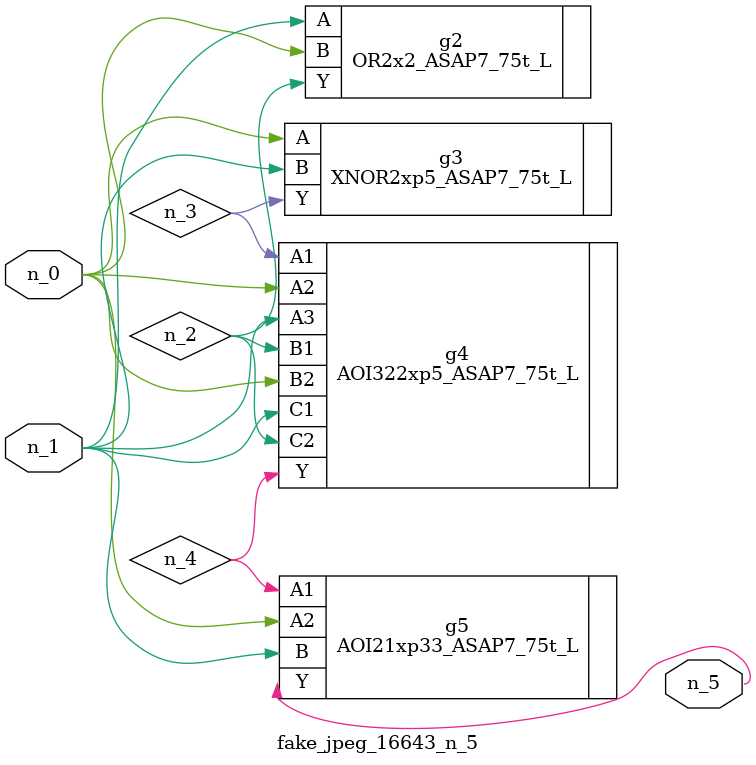
<source format=v>
module fake_jpeg_16643_n_5 (n_0, n_1, n_5);

input n_0;
input n_1;

output n_5;

wire n_2;
wire n_3;
wire n_4;

OR2x2_ASAP7_75t_L g2 ( 
.A(n_1),
.B(n_0),
.Y(n_2)
);

XNOR2xp5_ASAP7_75t_L g3 ( 
.A(n_0),
.B(n_1),
.Y(n_3)
);

AOI322xp5_ASAP7_75t_L g4 ( 
.A1(n_3),
.A2(n_0),
.A3(n_1),
.B1(n_2),
.B2(n_0),
.C1(n_1),
.C2(n_2),
.Y(n_4)
);

AOI21xp33_ASAP7_75t_L g5 ( 
.A1(n_4),
.A2(n_0),
.B(n_1),
.Y(n_5)
);


endmodule
</source>
